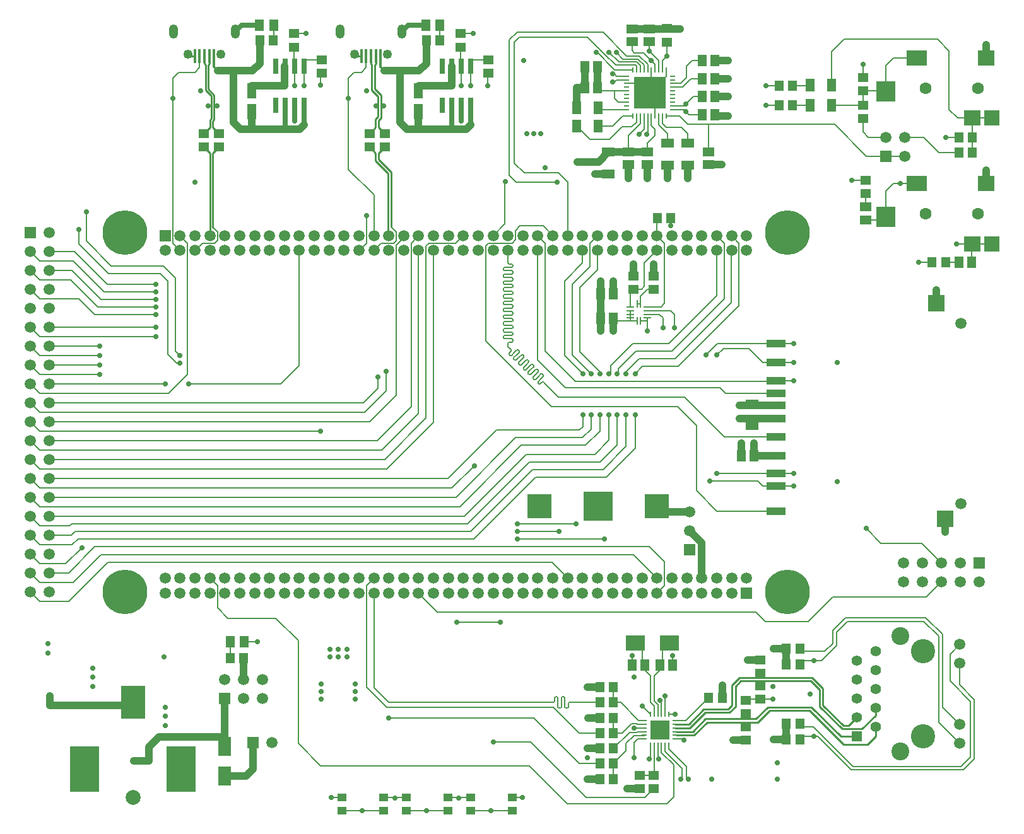
<source format=gtl>
G04 Layer_Physical_Order=1*
G04 Layer_Color=255*
%FSLAX25Y25*%
%MOIN*%
G70*
G01*
G75*
%ADD10C,0.00800*%
%ADD11R,0.05118X0.05906*%
%ADD12R,0.05906X0.05118*%
%ADD13R,0.05118X0.07087*%
%ADD14R,0.07087X0.05118*%
%ADD15R,0.04724X0.07874*%
%ADD16R,0.10236X0.10630*%
%ADD17R,0.10630X0.08268*%
%ADD18R,0.08661X0.08268*%
%ADD19R,0.07874X0.08268*%
%ADD20R,0.09843X0.03937*%
%ADD21R,0.08661X0.08661*%
%ADD22R,0.01575X0.07284*%
%ADD23R,0.06693X0.09843*%
%ADD24R,0.15354X0.24410*%
%ADD25R,0.12992X0.17323*%
%ADD26R,0.04724X0.05512*%
%ADD27R,0.05512X0.04724*%
%ADD28R,0.02953X0.00984*%
%ADD29R,0.00984X0.02953*%
%ADD30R,0.16535X0.16535*%
%ADD31R,0.10236X0.10236*%
%ADD32R,0.03937X0.00984*%
%ADD33R,0.00984X0.03937*%
%ADD34R,0.02756X0.08268*%
%ADD35R,0.09843X0.07874*%
%ADD36R,0.04724X0.03937*%
%ADD37R,0.15590X0.15590*%
%ADD38R,0.12520X0.12520*%
%ADD39C,0.01000*%
%ADD40C,0.04000*%
%ADD41C,0.02500*%
%ADD42C,0.01200*%
%ADD43C,0.03937*%
%ADD44C,0.05906*%
%ADD45R,0.05906X0.05906*%
%ADD46C,0.23622*%
%ADD47C,0.06299*%
%ADD48C,0.04921*%
%ADD49O,0.04921X0.07480*%
%ADD50C,0.07874*%
%ADD51R,0.05906X0.05906*%
%ADD52C,0.12795*%
%ADD53C,0.05984*%
%ADD54C,0.09449*%
%ADD55R,0.05512X0.05512*%
%ADD56C,0.05512*%
%ADD57C,0.02800*%
%ADD58C,0.02598*%
D10*
X258217Y251007D02*
X257677Y250467D01*
X259637Y251007D02*
X260177Y251547D01*
Y252267D02*
X259637Y252807D01*
X255177Y253347D02*
X255717Y252807D01*
Y254607D02*
X255177Y254067D01*
X259637Y254607D02*
X260177Y255147D01*
Y255867D02*
X259637Y256407D01*
X255177Y256947D02*
X255717Y256407D01*
Y258207D02*
X255177Y257667D01*
X259637Y258207D02*
X260177Y258747D01*
Y259467D02*
X259637Y260007D01*
X255177Y260547D02*
X255717Y260007D01*
Y261807D02*
X255177Y261267D01*
X259637Y261807D02*
X260177Y262347D01*
Y263067D02*
X259637Y263607D01*
X255177Y264147D02*
X255717Y263607D01*
Y265407D02*
X255177Y264867D01*
X259637Y265407D02*
X260177Y265947D01*
Y266667D02*
X259637Y267207D01*
X255177Y267747D02*
X255717Y267207D01*
Y269007D02*
X255177Y268467D01*
X259637Y269007D02*
X260177Y269547D01*
Y270267D02*
X259637Y270807D01*
X255177Y271347D02*
X255717Y270807D01*
Y272607D02*
X255177Y272067D01*
X259637Y272607D02*
X260177Y273147D01*
Y273867D02*
X259637Y274407D01*
X255177Y274947D02*
X255717Y274407D01*
Y276207D02*
X255177Y275667D01*
X259637Y276207D02*
X260177Y276747D01*
Y277467D02*
X259637Y278007D01*
X255177Y278547D02*
X255717Y278007D01*
Y279807D02*
X255177Y279267D01*
X259637Y279807D02*
X260177Y280347D01*
Y281067D02*
X259637Y281607D01*
X255177Y282147D02*
X255717Y281607D01*
Y283407D02*
X255177Y282867D01*
X259637Y283407D02*
X260177Y283947D01*
Y284667D02*
X259637Y285207D01*
X255177Y285747D02*
X255717Y285207D01*
Y287007D02*
X255177Y286467D01*
X259637Y287007D02*
X260177Y287547D01*
Y288267D02*
X259637Y288807D01*
X255177Y289347D02*
X255717Y288807D01*
Y290607D02*
X255177Y290067D01*
X259637Y290607D02*
X260177Y291147D01*
Y291867D02*
X259637Y292407D01*
X257677Y292947D02*
X258217Y292407D01*
X276515Y229785D02*
X275751D01*
X273983Y228781D02*
X274747D01*
X273474Y230053D02*
Y229290D01*
X276246Y232825D02*
Y233589D01*
X275737Y234098D02*
X274973D01*
X271438Y231326D02*
X272201D01*
X270928Y232599D02*
Y231835D01*
X273700Y235371D02*
Y236135D01*
X273191Y236644D02*
X272427D01*
X268892Y233872D02*
X269655D01*
X268383Y235145D02*
Y234381D01*
X271155Y237916D02*
Y238680D01*
X270645Y239189D02*
X269882D01*
X266346Y236417D02*
X267110D01*
X265837Y237690D02*
Y236927D01*
X268609Y240462D02*
Y241226D01*
X268100Y241735D02*
X267336D01*
X263801Y238963D02*
X264564D01*
X263292Y240236D02*
Y239472D01*
X266063Y243008D02*
Y243771D01*
X265554Y244280D02*
X264791D01*
X261255Y241509D02*
X262019D01*
X260746Y242781D02*
Y242018D01*
X263518Y245553D02*
Y246317D01*
X263009Y246826D02*
X262245D01*
X258710Y244054D02*
X259473D01*
X258200Y245327D02*
Y244563D01*
X259205Y246331D02*
Y247095D01*
X289994Y60421D02*
X289454Y59881D01*
X288914Y57421D02*
X289454Y57961D01*
X287654D02*
X288194Y57421D01*
X287654Y62881D02*
X287114Y63421D01*
X286394D02*
X285854Y62881D01*
X285314Y57421D02*
X285854Y57961D01*
X284054D02*
X284594Y57421D01*
X284054Y62881D02*
X283514Y63421D01*
X282794D02*
X282254Y62881D01*
X281714Y60421D02*
X282254Y60961D01*
X257677Y293307D02*
Y299449D01*
Y248622D02*
Y249207D01*
Y250467D01*
X258217Y251007D02*
X259637D01*
X260177Y251547D02*
Y252267D01*
X257677Y252807D02*
X259637D01*
X255717D02*
X257677D01*
X255177Y253347D02*
Y254067D01*
X255717Y254607D02*
X257677D01*
X259637D01*
X260177Y255147D02*
Y255867D01*
X257677Y256407D02*
X259637D01*
X255717D02*
X257677D01*
X255177Y256947D02*
Y257667D01*
X255717Y258207D02*
X257677D01*
X259637D01*
X260177Y258747D02*
Y259467D01*
X257677Y260007D02*
X259637D01*
X255717D02*
X257677D01*
X255177Y260547D02*
Y261267D01*
X255717Y261807D02*
X257677D01*
X259637D01*
X260177Y262347D02*
Y263067D01*
X257677Y263607D02*
X259637D01*
X255717D02*
X257677D01*
X255177Y264147D02*
Y264867D01*
X255717Y265407D02*
X257677D01*
X259637D01*
X260177Y265947D02*
Y266667D01*
X257677Y267207D02*
X259637D01*
X255717D02*
X257677D01*
X255177Y267747D02*
Y268467D01*
X255717Y269007D02*
X257677D01*
X259637D01*
X260177Y269547D02*
Y270267D01*
X257677Y270807D02*
X259637D01*
X255717D02*
X257677D01*
X255177Y271347D02*
Y272067D01*
X255717Y272607D02*
X257677D01*
X259637D01*
X260177Y273147D02*
Y273867D01*
X257677Y274407D02*
X259637D01*
X255717D02*
X257677D01*
X255177Y274947D02*
Y275667D01*
X255717Y276207D02*
X257677D01*
X259637D01*
X260177Y276747D02*
Y277467D01*
X257677Y278007D02*
X259637D01*
X255717D02*
X257677D01*
X255177Y278547D02*
Y279267D01*
X255717Y279807D02*
X257677D01*
X259637D01*
X260177Y280347D02*
Y281067D01*
X257677Y281607D02*
X259637D01*
X255717D02*
X257677D01*
X255177Y282147D02*
Y282867D01*
X255717Y283407D02*
X257677D01*
X259637D01*
X260177Y283947D02*
Y284667D01*
X257677Y285207D02*
X259637D01*
X255717D02*
X257677D01*
X255177Y285747D02*
Y286467D01*
X255717Y287007D02*
X257677D01*
X259637D01*
X260177Y287547D02*
Y288267D01*
X257677Y288807D02*
X259637D01*
X255717D02*
X257677D01*
X255177Y289347D02*
Y290067D01*
X255717Y290607D02*
X257677D01*
X259637D01*
X260177Y291147D02*
Y291867D01*
X258217Y292407D02*
X259637D01*
X257677Y292947D02*
Y293307D01*
X276969Y229331D02*
X284449Y221850D01*
X276515Y229785D02*
X276969Y229331D01*
X274747Y228781D02*
X275751Y229785D01*
X273474Y229290D02*
X273983Y228781D01*
X273474Y230053D02*
X274860Y231439D01*
X276246Y232825D01*
X275737Y234098D02*
X276246Y233589D01*
X273587Y232712D02*
X274973Y234098D01*
X272201Y231326D02*
X273587Y232712D01*
X270928Y231835D02*
X271438Y231326D01*
X270928Y232599D02*
X272314Y233985D01*
X273700Y235371D01*
X273191Y236644D02*
X273700Y236135D01*
X271041Y235258D02*
X272427Y236644D01*
X269655Y233872D02*
X271041Y235258D01*
X268383Y234381D02*
X268892Y233872D01*
X268383Y235145D02*
X269769Y236530D01*
X271155Y237916D01*
X270645Y239189D02*
X271155Y238680D01*
X268496Y237803D02*
X269882Y239189D01*
X267110Y236417D02*
X268496Y237803D01*
X265837Y236927D02*
X266346Y236417D01*
X265837Y237690D02*
X267223Y239076D01*
X268609Y240462D01*
X268100Y241735D02*
X268609Y241226D01*
X265950Y240349D02*
X267336Y241735D01*
X264564Y238963D02*
X265950Y240349D01*
X263292Y239472D02*
X263801Y238963D01*
X263292Y240236D02*
X264678Y241622D01*
X266063Y243008D01*
X265554Y244280D02*
X266063Y243771D01*
X263405Y242895D02*
X264791Y244280D01*
X262019Y241509D02*
X263405Y242895D01*
X260746Y242018D02*
X261255Y241509D01*
X260746Y242781D02*
X262132Y244167D01*
X263518Y245553D01*
X263009Y246826D02*
X263518Y246317D01*
X260859Y245440D02*
X262245Y246826D01*
X259473Y244054D02*
X260859Y245440D01*
X258200Y244563D02*
X258710Y244054D01*
X258200Y245327D02*
X259205Y246331D01*
X258314Y247986D02*
X259205Y247095D01*
X257677Y248622D02*
X258314Y247986D01*
X284449Y221850D02*
X350892D01*
X371850Y200892D01*
X399411D01*
X195915Y312057D02*
X198622Y309350D01*
X197244Y303346D02*
X198622Y304724D01*
Y309350D01*
X190709Y303346D02*
X197244D01*
X186811Y299449D02*
X190709Y303346D01*
X102657D02*
X104134Y304823D01*
Y309350D01*
X101969Y311516D02*
X104134Y309350D01*
X96220Y303346D02*
X102657D01*
X92323Y299449D02*
X96220Y303346D01*
X315453Y262303D02*
X325787D01*
X322342Y262500D02*
Y267717D01*
X327756Y262303D02*
X331004D01*
X331201Y256890D02*
Y263779D01*
X331299Y278937D02*
X334646D01*
X327756Y275394D02*
X331299Y278937D01*
X327756Y271161D02*
Y275394D01*
X325787Y271161D02*
X327756D01*
X340354Y271457D02*
Y303386D01*
X338583Y269685D02*
X340354Y271457D01*
X331201Y269685D02*
X338583D01*
X336417Y307323D02*
X340354Y303386D01*
X329724Y292756D02*
X336417Y299449D01*
X329724Y280512D02*
Y292756D01*
X328150Y278937D02*
X329724Y280512D01*
X323819Y278937D02*
X328150D01*
X322342Y269685D02*
Y277461D01*
X331201Y267717D02*
X343504D01*
X345472Y265748D01*
Y258661D02*
Y265748D01*
X331201Y265748D02*
X337598D01*
X339567Y263779D01*
Y258661D02*
Y263779D01*
X476260Y144685D02*
X486693Y134252D01*
X454724Y144685D02*
X476260D01*
X478583Y116142D02*
X486693Y124252D01*
X429134Y116142D02*
X478583D01*
X446850Y152559D02*
X454724Y144685D01*
X416339Y103347D02*
X429134Y116142D01*
X393701Y103347D02*
X416339D01*
X388779Y108268D02*
X393701Y103347D01*
X220433Y108268D02*
X388779D01*
X210433Y118268D02*
X220433Y108268D01*
X30941Y302917D02*
X46457Y287402D01*
X77988Y244568D02*
Y283331D01*
X34941Y304574D02*
X48114Y291402D01*
X75574D02*
X81988Y284988D01*
Y246224D02*
Y284988D01*
X30941Y302917D02*
Y310630D01*
X48114Y291402D02*
X75574D01*
X46457Y287402D02*
X73917D01*
X77988Y283331D01*
Y244568D02*
X82595Y239961D01*
X84252D01*
X81988Y246224D02*
X84252Y243961D01*
X262697Y155047D02*
X293604D01*
X262697Y151047D02*
X284744D01*
X262697Y147047D02*
X308563D01*
X10216Y203839D02*
X158760D01*
X30984Y273839D02*
X39194Y265628D01*
X10216Y273839D02*
X30984D01*
X26641Y283839D02*
X40851Y269628D01*
X10216Y283839D02*
X26641D01*
X27200Y288937D02*
X42508Y273628D01*
X15118Y288937D02*
X27200D01*
X27955Y293839D02*
X44165Y277628D01*
X10216Y293839D02*
X27955D01*
X28513Y298937D02*
X45822Y281628D01*
X15118Y298937D02*
X28513D01*
X39194Y265628D02*
X71752D01*
X40851Y269628D02*
X71752D01*
X42508Y273628D02*
X71752D01*
X44165Y277628D02*
X71752D01*
X45822Y281628D02*
X71752D01*
X5118Y278937D02*
X10216Y273839D01*
X5118Y288937D02*
X10216Y283839D01*
X5118Y298937D02*
X10216Y293839D01*
X228051Y173839D02*
X239941Y185728D01*
X188977Y226673D02*
Y232480D01*
X181240Y218937D02*
X188977Y226673D01*
X193209Y225249D02*
Y235433D01*
X181799Y213839D02*
X193209Y225249D01*
X10216Y213839D02*
X181799D01*
X15118Y218937D02*
X181240D01*
X10216Y233839D02*
X42028D01*
X15118Y238937D02*
X42028D01*
X5118D02*
X10216Y233839D01*
X5118Y248937D02*
X10216Y243839D01*
X42028D01*
X15118Y248937D02*
X42028D01*
X24094Y133839D02*
X32480Y142224D01*
X10216Y133839D02*
X24094D01*
X147441Y238681D02*
Y299449D01*
X137697Y228937D02*
X147441Y238681D01*
X89075Y228937D02*
X137697D01*
X230079Y303346D02*
X234055Y307323D01*
X215945Y303346D02*
X230079D01*
X214370Y301772D02*
X215945Y303346D01*
X214370Y210827D02*
Y301772D01*
X192480Y188937D02*
X214370Y210827D01*
X15118Y188937D02*
X192480D01*
X15118Y228937D02*
X76772D01*
X345276Y10728D02*
Y27559D01*
X338779Y34055D02*
X345276Y27559D01*
X338779Y34055D02*
Y37894D01*
X334842Y22047D02*
Y37894D01*
X325984Y45079D02*
X329626D01*
X325590Y44685D02*
X325984Y45079D01*
X324187Y43085D02*
X329601D01*
X320079Y38976D02*
X324187Y43085D01*
X320079Y34843D02*
Y38976D01*
X325984Y49016D02*
X329626D01*
X325590Y49409D02*
X325984Y49016D01*
X317138Y60421D02*
X326575Y50984D01*
X329626D01*
X313409Y60421D02*
X317138D01*
X320376Y402337D02*
X326900D01*
X318434Y400737D02*
X326237D01*
X316217Y399137D02*
X325574D01*
X314565Y397537D02*
X324911D01*
X325575Y396874D01*
X325574Y399137D02*
X327543Y397168D01*
X326237Y400737D02*
X329512Y397462D01*
X326900Y402337D02*
X331480Y397756D01*
X323209Y405138D02*
X324410Y403937D01*
X306299Y204041D02*
Y212500D01*
X298688Y196429D02*
X306299Y204041D01*
X301575Y204973D02*
Y212500D01*
X297031Y200429D02*
X301575Y204973D01*
X297244Y206299D02*
Y212500D01*
X264776Y196429D02*
X298688D01*
X261610Y200429D02*
X297031D01*
X251575Y204429D02*
X295374D01*
X297244Y206299D01*
X300984Y303386D02*
X304921Y307323D01*
X300984Y291062D02*
Y303386D01*
X291598Y281677D02*
X300984Y291062D01*
X297047Y292782D02*
Y299449D01*
X287598Y283333D02*
X297047Y292782D01*
X304921Y289342D02*
Y299449D01*
X295598Y280020D02*
X304921Y289342D01*
X287598Y243898D02*
Y283333D01*
X291598Y244228D02*
Y281677D01*
X295598Y245885D02*
Y280020D01*
Y245885D02*
X306299Y235184D01*
X291598Y244228D02*
X301575Y234252D01*
X287598Y243898D02*
X297244Y234252D01*
X232185Y163839D02*
X264776Y196429D01*
X230118Y168937D02*
X261610Y200429D01*
X226083Y178937D02*
X251575Y204429D01*
X10216Y163839D02*
X232185D01*
X15118Y168937D02*
X230118D01*
X15118Y178937D02*
X226083D01*
X375787Y307323D02*
X379716Y303394D01*
Y270415D02*
Y303394D01*
X367913Y307323D02*
X371850Y303386D01*
Y273863D02*
Y303386D01*
X344177Y246189D02*
X371850Y273863D01*
X375716Y299378D02*
X375787Y299449D01*
X375716Y272072D02*
Y299378D01*
X367913Y275583D02*
Y299449D01*
X342520Y250189D02*
X367913Y275583D01*
X328740Y238189D02*
X347490D01*
X325427Y246189D02*
X344177D01*
X327083Y242189D02*
X345833D01*
X347490Y238189D02*
X379716Y270415D01*
X345833Y242189D02*
X375716Y272072D01*
X312079Y235307D02*
Y238498D01*
X311024Y234252D02*
X312079Y235307D01*
X323770Y250189D02*
X342520D01*
X312079Y238498D02*
X323770Y250189D01*
X316079Y236841D02*
X325427Y246189D01*
X316079Y234976D02*
Y236841D01*
X320079Y235184D02*
X327083Y242189D01*
X324803Y234252D02*
X328740Y238189D01*
X324803Y194882D02*
Y212598D01*
X309625Y179704D02*
X324803Y194882D01*
X320079Y195814D02*
Y212598D01*
X307968Y183704D02*
X320079Y195814D01*
X315354Y196747D02*
Y212598D01*
X306311Y187704D02*
X315354Y196747D01*
X311024Y199155D02*
Y212598D01*
X303572Y191704D02*
X311024Y199155D01*
X234528Y158937D02*
X267294Y191704D01*
X25512Y158937D02*
X234528D01*
X236184Y154937D02*
X268951Y187704D01*
X237841Y150937D02*
X270608Y183704D01*
X267294Y191704D02*
X303572D01*
X268951Y187704D02*
X306311D01*
X270608Y183704D02*
X307968D01*
X272265Y179704D02*
X309625D01*
X239498Y146937D02*
X272265Y179704D01*
X179252Y146937D02*
X239498D01*
X179232Y146957D02*
X179252Y146937D01*
Y150937D02*
X237841D01*
X179232Y150957D02*
X179252Y150937D01*
Y154937D02*
X236184D01*
X179232Y154957D02*
X179252Y154937D01*
X25512Y158937D02*
X25532Y158957D01*
X15118Y158937D02*
X25512D01*
X10216Y143839D02*
X27384D01*
X15118Y148937D02*
X26825D01*
X10216Y153839D02*
X26070D01*
X30502Y146957D02*
X179232D01*
X27384Y143839D02*
X30502Y146957D01*
X28845Y150957D02*
X179232D01*
X26825Y148937D02*
X28845Y150957D01*
X27188Y154957D02*
X179232D01*
X26070Y153839D02*
X27188Y154957D01*
X218307Y208465D02*
Y299449D01*
X193681Y183839D02*
X218307Y208465D01*
X10216Y183839D02*
X193681D01*
X210433Y213287D02*
Y299449D01*
X190984Y193839D02*
X210433Y213287D01*
X10216Y193839D02*
X190984D01*
X206496Y303386D02*
X210433Y307323D01*
X206496Y216929D02*
Y303386D01*
X188504Y198937D02*
X206496Y216929D01*
X15118Y198937D02*
X188504D01*
X198622Y302362D02*
X202510Y306250D01*
X198622Y223031D02*
Y302362D01*
X184528Y208937D02*
X198622Y223031D01*
X15118Y208937D02*
X184528D01*
X84449Y307323D02*
X88386Y303386D01*
Y233957D02*
Y303386D01*
X78268Y223839D02*
X88386Y233957D01*
X336417Y118268D02*
X340354Y122205D01*
Y134890D01*
X332430Y142815D02*
X340354Y134890D01*
X39390Y142815D02*
X332430D01*
X25512Y128937D02*
X39390Y142815D01*
X10216Y113839D02*
X25512D01*
X5118Y118937D02*
X10216Y113839D01*
X15118Y128937D02*
X25512D01*
X5118D02*
X10216Y123839D01*
X5118Y138937D02*
X10216Y133839D01*
X5118Y178937D02*
X10216Y173839D01*
X228051D01*
X5118Y168937D02*
X10216Y163839D01*
X5118Y158937D02*
X10216Y153839D01*
X5118Y148937D02*
X10216Y143839D01*
X5118Y218937D02*
X10216Y213839D01*
X5118Y208937D02*
X10216Y203839D01*
X5118Y198937D02*
X10216Y193839D01*
X5118Y188937D02*
X10216Y183839D01*
X5118Y228937D02*
X10216Y223839D01*
X78268D01*
X10216Y253839D02*
X71752D01*
X5118Y258937D02*
X10216Y253839D01*
X15118Y258937D02*
X71752D01*
X392422Y240263D02*
X399411D01*
X439437Y336638D02*
X446417D01*
X118405Y92551D02*
X125441D01*
X445378Y397909D02*
X445433Y397965D01*
X445378Y390929D02*
Y397909D01*
X488799Y359386D02*
X495835D01*
X474713Y293094D02*
X481748D01*
X164370Y10087D02*
X169867D01*
X344543Y80303D02*
Y85370D01*
X323228D02*
X323284Y85315D01*
Y80303D02*
Y85315D01*
X328625Y58481D02*
X332874Y54232D01*
X345965Y50984D02*
X351772D01*
X363779Y62992D01*
X383268Y62205D02*
X397638D01*
X324366Y47047D02*
X329626D01*
X313409Y44173D02*
X317795D01*
X313409Y28173D02*
X320079Y34843D01*
X313386Y60421D02*
Y68504D01*
X336811Y54232D02*
Y59252D01*
X334799Y61264D02*
X336811Y59252D01*
X334842Y54232D02*
Y58675D01*
X332999Y60518D02*
X334842Y58675D01*
X334799Y61264D02*
Y74504D01*
X332999Y60518D02*
Y74524D01*
X327165Y22047D02*
X335248D01*
X313409Y20091D02*
Y28173D01*
X313386Y44280D02*
Y52362D01*
X261811Y335728D02*
X283465D01*
X266142Y340551D02*
X284252D01*
X261024Y345669D02*
X266142Y340551D01*
X261024Y345669D02*
Y409673D01*
X289173Y307323D02*
Y335630D01*
X284252Y340551D02*
X289173Y335630D01*
X256102Y313622D02*
Y335827D01*
X258363Y339177D02*
X261811Y335728D01*
X258363Y339177D02*
Y410775D01*
X262450Y414862D02*
X307851D01*
X258363Y410775D02*
X262450Y414862D01*
X249803Y307323D02*
X256102Y313622D01*
X314901Y404271D02*
X318434Y400737D01*
X307851Y414862D02*
X320376Y402337D01*
X311024Y404331D02*
X316217Y399137D01*
X337850Y77555D02*
Y80303D01*
X334799Y74504D02*
X337850Y77555D01*
X329976Y77547D02*
Y80303D01*
Y77547D02*
X332999Y74524D01*
X339229Y80303D02*
Y91819D01*
X328598Y80303D02*
Y91819D01*
X332874Y31299D02*
Y37894D01*
X336811Y31268D02*
Y37894D01*
X368110Y161621D02*
X399411D01*
X368117Y181503D02*
X399411D01*
Y240263D02*
X408565D01*
X329236Y403937D02*
X335417Y397756D01*
X324410Y403937D02*
X329236D01*
X335417Y394949D02*
Y397756D01*
X144836Y386607D02*
Y397006D01*
X149836Y386607D02*
Y397006D01*
X237789Y386607D02*
Y397006D01*
X232788Y386607D02*
Y397006D01*
X186811Y307323D02*
Y328839D01*
X173327Y342323D02*
X186811Y328839D01*
X176378Y393701D02*
X180177D01*
X173327Y390650D02*
X176378Y393701D01*
X180177D02*
X182691Y396215D01*
Y402310D01*
X94739Y396215D02*
Y402310D01*
X92224Y393701D02*
X94739Y396215D01*
X83661Y393701D02*
X92224D01*
X80512Y390551D02*
X83661Y393701D01*
X80512Y303386D02*
X84449Y299449D01*
X225914Y10087D02*
X237866D01*
X259914Y10138D02*
X265355D01*
X191914Y10087D02*
X203867D01*
X331480Y394949D02*
Y397756D01*
X327543Y394949D02*
Y397168D01*
X329512Y394949D02*
Y397462D01*
X325575Y394949D02*
Y396874D01*
X317913Y364862D02*
X323031D01*
X325575Y367406D01*
Y370736D01*
X313976Y388681D02*
X315027Y389732D01*
X320358D01*
X315091Y391701D02*
X320358D01*
X232682Y414116D02*
X239173D01*
X144729D02*
X151083D01*
X321382Y351449D02*
Y360260D01*
X323209Y405138D02*
Y409945D01*
X332433Y404969D02*
Y409945D01*
Y404969D02*
X337386Y400016D01*
Y394949D02*
Y400016D01*
X350721Y373984D02*
X353405Y371299D01*
X350559Y375953D02*
X351599Y376993D01*
X341461Y402091D02*
Y409748D01*
X339354Y399984D02*
X341461Y402091D01*
X339354Y394949D02*
Y399984D01*
X305413Y373984D02*
X320358D01*
X331480Y361500D02*
Y370736D01*
X329512Y363665D02*
Y370736D01*
X326870Y361024D02*
X329512Y363665D01*
X327543Y366421D02*
Y370736D01*
X321382Y360260D02*
X327543Y366421D01*
X333449Y365567D02*
Y370736D01*
Y365567D02*
X335433Y363583D01*
Y360236D02*
Y363583D01*
X331350Y356153D02*
X335433Y360236D01*
X331350Y351449D02*
Y356153D01*
X337386Y365764D02*
Y370736D01*
Y365764D02*
X341961Y361189D01*
Y356142D02*
Y361189D01*
X339354Y366551D02*
Y370736D01*
Y366551D02*
X341437Y364469D01*
X349410D01*
X352748Y361130D01*
Y356142D02*
Y361130D01*
X363484Y366142D02*
X430315D01*
X352756D02*
X363484D01*
X363535Y351449D02*
Y366091D01*
X341323Y370736D02*
X348161D01*
X352756Y366142D01*
X430315D02*
X447071Y349386D01*
X351599Y376993D02*
X355480Y380874D01*
X394094Y376150D02*
X400874D01*
X394094Y386701D02*
X400819D01*
X344571Y373984D02*
X350721D01*
X353405Y371299D02*
X360157D01*
X344571Y387764D02*
X348984D01*
X352067Y390846D01*
Y396850D01*
X355098Y399882D01*
X360157D01*
X344571Y385795D02*
X349870D01*
X354382Y390307D01*
X360157D01*
X344571Y375953D02*
X350559D01*
X355480Y380874D02*
X360157D01*
X341323Y391701D02*
Y394949D01*
X339772Y390150D02*
X341323Y391701D01*
X333449Y390244D02*
Y394949D01*
X335417Y370736D02*
Y375441D01*
X320358Y387764D02*
X325063D01*
X502638Y302976D02*
X513429D01*
X502638Y293094D02*
Y302976D01*
X494629D02*
X502559D01*
X464862Y334866D02*
X473665D01*
X461342D02*
X464862D01*
X428599Y376150D02*
X445048D01*
X457378Y349386D02*
X467378D01*
X447071D02*
X457378D01*
X428599Y386977D02*
Y404583D01*
X435138Y411122D01*
X110922Y83859D02*
X110925Y83863D01*
Y92551D01*
X502799Y351508D02*
Y369441D01*
X495224D02*
X502799D01*
X490748Y373917D02*
X495224Y369441D01*
X490748Y373917D02*
Y405020D01*
X484646Y411122D02*
X490748Y405020D01*
X435138Y411122D02*
X484646D01*
X407961Y376150D02*
X417181D01*
X407906Y386701D02*
X416906D01*
X445276Y362205D02*
Y369291D01*
Y362205D02*
X448095Y359386D01*
X457378D01*
X445378Y376480D02*
Y383842D01*
Y383842D02*
X457098D01*
X457327Y383614D02*
Y397315D01*
X461342Y401331D01*
X473665D01*
X457327Y330850D02*
X461342Y334866D01*
X457327Y317150D02*
Y330850D01*
X446472Y322441D02*
Y329551D01*
X455925Y315748D02*
X457327Y317150D01*
X446472Y315748D02*
X455925D01*
X502799Y369441D02*
X513429D01*
X485327Y351386D02*
X495835D01*
X477327Y359386D02*
X485327Y351386D01*
X467378Y359386D02*
X477327D01*
X488835Y293094D02*
X495945D01*
X144729Y397112D02*
Y407030D01*
X232682Y397112D02*
Y407030D01*
X221762Y410849D02*
Y418652D01*
X133809Y410849D02*
Y418652D01*
X399411Y174810D02*
X408565D01*
X399411Y181503D02*
X408565D01*
X399411Y230420D02*
X408565D01*
X399411Y250105D02*
X408565D01*
X336417Y307323D02*
Y316701D01*
X318374Y370736D02*
X323606D01*
X312992Y365354D02*
X318374Y370736D01*
X305402Y365354D02*
X312992D01*
X311319Y358268D02*
X317913Y364862D01*
X301071Y358268D02*
X311319D01*
X293984Y365354D02*
X301071Y358268D01*
X342717Y54232D02*
X346063D01*
X345965Y41142D02*
X350000D01*
X315976Y377921D02*
X320358D01*
X313878Y380020D02*
X315976Y377921D01*
X313878Y380020D02*
Y383827D01*
X305020D02*
X313878D01*
X320358D01*
X326181Y41142D02*
X329626D01*
X324366Y39327D02*
X326181Y41142D01*
X324366Y31091D02*
Y39327D01*
X308724Y403378D02*
Y403383D01*
Y403378D02*
X314565Y397537D01*
X313976Y392815D02*
X315091Y391701D01*
X304528Y404528D02*
X314106Y394949D01*
X323606D01*
X312795Y392815D02*
X313976D01*
X312795Y388681D02*
X313976D01*
X178937Y299449D02*
X182874Y303386D01*
Y317913D01*
X80512Y303386D02*
Y390551D01*
X313409Y36173D02*
X321921Y44685D01*
X325590D01*
X317795Y44173D02*
X323031Y49409D01*
X325590D01*
X261024Y409673D02*
X263753Y412402D01*
X299705D01*
X308724Y403383D01*
X295276Y28173D02*
X306323D01*
X194697Y52276D02*
X271173D01*
X295276Y28173D01*
X341535Y6988D02*
X345276Y10728D01*
X288878Y6988D02*
X341535D01*
X268996Y26870D02*
X288878Y6988D01*
X158760Y26870D02*
X268996D01*
X146850Y38780D02*
X158760Y26870D01*
X146850Y38780D02*
Y93110D01*
X135039Y104921D02*
X146850Y93110D01*
X109744Y104921D02*
X135039D01*
X104134Y110531D02*
X109744Y104921D01*
X104134Y110531D02*
Y122205D01*
X100197Y126142D02*
X104134Y122205D01*
X169867Y3394D02*
X180709D01*
X191914D01*
X203867D02*
X214709D01*
X225914D01*
X237866D02*
X248709D01*
X259914D01*
X230512Y103051D02*
X253754D01*
X253754Y103051D01*
X371654Y247638D02*
X385046D01*
X392422Y240263D01*
X362205Y244094D02*
X368215Y250105D01*
X399411D01*
X392422Y174810D02*
X399411D01*
X389672Y177559D02*
X392422Y174810D01*
X364173Y177559D02*
X389672D01*
X368110Y244094D02*
X371654Y247638D01*
X277362Y246260D02*
Y303386D01*
X273425Y307323D02*
X277362Y303386D01*
Y246260D02*
X293209Y230413D01*
X399411D01*
X372730Y223924D02*
X399411D01*
X369685Y226969D02*
X372730Y223924D01*
X287992Y226969D02*
X369685D01*
X273425Y241535D02*
X287992Y226969D01*
X273425Y241535D02*
Y299449D01*
X276122Y312500D02*
X281299Y307323D01*
X264075Y312500D02*
X276122D01*
X261614Y310039D02*
X264075Y312500D01*
X261614Y305118D02*
Y310039D01*
X259842Y303346D02*
X261614Y305118D01*
X247146Y303346D02*
X259842D01*
X245866Y302067D02*
X247146Y303346D01*
X357185Y172546D02*
X368110Y161621D01*
X347244Y216831D02*
X357185Y206890D01*
Y172546D02*
Y206890D01*
X245866Y251476D02*
Y302067D01*
Y251476D02*
X280512Y216831D01*
X347244D01*
X25512Y113839D02*
X46122Y134449D01*
X280866D01*
X289173Y126142D01*
X323976Y138583D02*
X336417Y126142D01*
X10216Y123839D02*
X27874D01*
X42618Y138583D01*
X323976D01*
X34941Y304574D02*
Y319882D01*
X173327Y342323D02*
Y379921D01*
Y390650D01*
X247047Y386606D02*
Y392421D01*
X238189Y400197D02*
X247254D01*
X149606Y400402D02*
X158671D01*
X158465Y386811D02*
Y392626D01*
X491142Y71850D02*
X501968Y61024D01*
X419291Y42512D02*
X421260D01*
X338779Y54232D02*
Y61713D01*
X411811Y42512D02*
X419291D01*
X491142Y71850D02*
Y86071D01*
X496185Y91114D01*
X496142Y69803D02*
Y81114D01*
Y69803D02*
X503937Y62008D01*
X501968Y31575D02*
Y61024D01*
X503937Y30512D02*
Y62008D01*
X411811Y47512D02*
X419024D01*
X485236Y49858D02*
Y95472D01*
Y49858D02*
X496185Y38909D01*
X477362Y103347D02*
X485236Y95472D01*
X487205Y57890D02*
X496185Y48909D01*
X487205Y57890D02*
Y96457D01*
X478346Y105315D02*
X487205Y96457D01*
X340748Y54232D02*
Y63878D01*
X411811Y82512D02*
X423228D01*
X431181Y90465D01*
X411811Y87512D02*
X425110D01*
X429134Y91535D01*
X431181Y90465D02*
Y97441D01*
X437087Y103347D01*
X477362D01*
X429134Y91535D02*
Y98425D01*
X436024Y105315D01*
X478346D01*
X419024Y47512D02*
X439961Y26575D01*
X496969D01*
X501968Y31575D01*
X438797Y24975D02*
X498400D01*
X421260Y42512D02*
X438797Y24975D01*
X498400D02*
X503937Y30512D01*
X298917Y10335D02*
X330020D01*
X334646Y14961D01*
X295276Y44173D02*
X306323D01*
X182874Y122205D02*
X186811Y126142D01*
X182874Y68701D02*
Y122205D01*
Y68701D02*
X193701Y57874D01*
X281575D01*
X295276Y44173D01*
X269685Y39567D02*
X298917Y10335D01*
X249803Y39567D02*
X269685D01*
X342717Y35931D02*
X352105Y26543D01*
X342717Y35931D02*
Y37894D01*
X352105Y20828D02*
Y26543D01*
X340748Y34505D02*
Y37894D01*
Y34505D02*
X349705Y25548D01*
Y20669D02*
Y25548D01*
X186811Y68307D02*
Y118268D01*
Y68307D02*
X194697Y60421D01*
X289994D02*
X290354D01*
X289454Y57961D02*
Y59881D01*
X288194Y57421D02*
X288914D01*
X287654Y57961D02*
Y60421D01*
Y62881D01*
X286394Y63421D02*
X287114D01*
X285854Y60421D02*
Y62881D01*
Y57961D02*
Y60421D01*
X284594Y57421D02*
X285314D01*
X284054Y57961D02*
Y60421D01*
Y62881D01*
X282794Y63421D02*
X283514D01*
X282254Y60961D02*
Y62881D01*
X281496Y60421D02*
X281714D01*
X194697D02*
X281496D01*
X290354D02*
X306323D01*
D11*
X502638Y293094D02*
D03*
X495945D02*
D03*
X305039Y396740D02*
D03*
X298346D02*
D03*
X305039Y385612D02*
D03*
X298346D02*
D03*
X360157Y380874D02*
D03*
X366850D02*
D03*
X360157Y371299D02*
D03*
X366850D02*
D03*
Y390307D02*
D03*
X360157D02*
D03*
X366850Y399882D02*
D03*
X360157D02*
D03*
X344543Y80303D02*
D03*
X337850D02*
D03*
X323284D02*
D03*
X329976D02*
D03*
X313347Y276646D02*
D03*
X306653D02*
D03*
X313347Y263528D02*
D03*
X306653D02*
D03*
X387598Y190945D02*
D03*
X380906D02*
D03*
X110925Y92551D02*
D03*
X118405D02*
D03*
X221762Y418652D02*
D03*
X214282D02*
D03*
X133809D02*
D03*
X126329D02*
D03*
D12*
X446472Y315748D02*
D03*
Y322441D02*
D03*
X321382Y344756D02*
D03*
Y351449D02*
D03*
X331350Y344756D02*
D03*
Y351449D02*
D03*
X323209Y416638D02*
D03*
Y409945D02*
D03*
X332433Y416638D02*
D03*
Y409945D02*
D03*
X363535Y351449D02*
D03*
Y344756D02*
D03*
D13*
X293984Y375075D02*
D03*
X305402D02*
D03*
X293984Y365354D02*
D03*
X305402D02*
D03*
X428599Y376150D02*
D03*
X417181D02*
D03*
X428599Y386977D02*
D03*
X417181D02*
D03*
D14*
X310717Y340024D02*
D03*
Y351441D02*
D03*
X341961Y344724D02*
D03*
Y356142D02*
D03*
X352748Y344724D02*
D03*
Y356142D02*
D03*
X386614Y218307D02*
D03*
Y206890D02*
D03*
D15*
X210289Y373061D02*
D03*
Y384085D02*
D03*
X122336Y373061D02*
D03*
Y384085D02*
D03*
D16*
X457327Y317150D02*
D03*
Y383614D02*
D03*
D17*
X473665Y334866D02*
D03*
Y401331D02*
D03*
D18*
X510280Y334866D02*
D03*
X502799Y302976D02*
D03*
X510280Y401331D02*
D03*
X502799Y369441D02*
D03*
D19*
X513429Y302976D02*
D03*
Y369441D02*
D03*
D20*
X399411Y161621D02*
D03*
Y174810D02*
D03*
Y181503D02*
D03*
Y191050D02*
D03*
Y200892D02*
D03*
Y210735D02*
D03*
Y250105D02*
D03*
Y240263D02*
D03*
Y217428D02*
D03*
Y223924D02*
D03*
Y230420D02*
D03*
D21*
X484057Y271463D02*
D03*
X488781Y157684D02*
D03*
D22*
X185250Y402310D02*
D03*
X187809D02*
D03*
X182691D02*
D03*
X180132D02*
D03*
X190368D02*
D03*
X97298D02*
D03*
X99857D02*
D03*
X94739D02*
D03*
X92180D02*
D03*
X102416D02*
D03*
D23*
X107874Y37402D02*
D03*
Y21654D02*
D03*
D24*
X34071Y25307D02*
D03*
X84858D02*
D03*
D25*
X59465Y60740D02*
D03*
D26*
X488835Y293094D02*
D03*
X481748D02*
D03*
X502921Y351386D02*
D03*
X495835D02*
D03*
X407961Y376150D02*
D03*
X400874D02*
D03*
X407906Y386701D02*
D03*
X400819D02*
D03*
X495835Y359386D02*
D03*
X502921D02*
D03*
X343543Y316740D02*
D03*
X336457D02*
D03*
X313386Y20079D02*
D03*
X306299D02*
D03*
X313386Y68504D02*
D03*
X306299D02*
D03*
X313386Y52362D02*
D03*
X306299D02*
D03*
X370866Y62992D02*
D03*
X363779D02*
D03*
X404724Y80709D02*
D03*
X411811D02*
D03*
X404724Y40945D02*
D03*
X411811D02*
D03*
X404724Y49213D02*
D03*
X411811D02*
D03*
X404724Y88976D02*
D03*
X411811D02*
D03*
X110922Y83859D02*
D03*
X118008D02*
D03*
X221565Y410652D02*
D03*
X214479D02*
D03*
X133613D02*
D03*
X126526D02*
D03*
X306323Y44173D02*
D03*
X313409D02*
D03*
X306323Y60421D02*
D03*
X313409D02*
D03*
X306323Y36173D02*
D03*
X313409D02*
D03*
X306323Y28173D02*
D03*
X313409D02*
D03*
D27*
X446472Y329551D02*
D03*
Y336638D02*
D03*
X341461Y416835D02*
D03*
Y409748D02*
D03*
X445276Y376378D02*
D03*
Y369291D02*
D03*
X445378Y390929D02*
D03*
Y383842D02*
D03*
X323819Y278937D02*
D03*
Y286024D02*
D03*
X327165Y22047D02*
D03*
Y14961D02*
D03*
X390945Y69291D02*
D03*
Y62205D02*
D03*
X390945Y75984D02*
D03*
Y83071D02*
D03*
X383268Y47736D02*
D03*
Y40650D02*
D03*
X383268Y54429D02*
D03*
Y61516D02*
D03*
X334646Y22047D02*
D03*
Y14961D02*
D03*
Y286024D02*
D03*
Y278937D02*
D03*
X232682Y414116D02*
D03*
Y407030D02*
D03*
X144729Y414116D02*
D03*
Y407030D02*
D03*
X104983Y361416D02*
D03*
Y354330D02*
D03*
X96983Y361416D02*
D03*
Y354330D02*
D03*
X192530Y361416D02*
D03*
Y354330D02*
D03*
X184530Y361416D02*
D03*
Y354330D02*
D03*
X247254Y400197D02*
D03*
Y393110D02*
D03*
X159301Y400197D02*
D03*
Y393110D02*
D03*
D28*
X320358Y391701D02*
D03*
Y389732D02*
D03*
Y387764D02*
D03*
Y385795D02*
D03*
Y383827D02*
D03*
Y381858D02*
D03*
Y379890D02*
D03*
Y377921D02*
D03*
Y375953D02*
D03*
Y373984D02*
D03*
X344571D02*
D03*
Y375953D02*
D03*
Y377921D02*
D03*
Y379890D02*
D03*
Y381858D02*
D03*
Y383827D02*
D03*
Y385795D02*
D03*
Y387764D02*
D03*
Y389732D02*
D03*
Y391701D02*
D03*
X329626Y50984D02*
D03*
Y49016D02*
D03*
Y47047D02*
D03*
Y45079D02*
D03*
Y43110D02*
D03*
Y41142D02*
D03*
X345965D02*
D03*
Y43110D02*
D03*
Y45079D02*
D03*
Y47047D02*
D03*
Y49016D02*
D03*
Y50984D02*
D03*
D29*
X323606Y370736D02*
D03*
X325575D02*
D03*
X327543D02*
D03*
X329512D02*
D03*
X331480D02*
D03*
X333449D02*
D03*
X335417D02*
D03*
X337386D02*
D03*
X339354D02*
D03*
X341323D02*
D03*
Y394949D02*
D03*
X339354D02*
D03*
X337386D02*
D03*
X335417D02*
D03*
X333449D02*
D03*
X331480D02*
D03*
X329512D02*
D03*
X327543D02*
D03*
X325575D02*
D03*
X323606D02*
D03*
X342717Y54232D02*
D03*
X340748D02*
D03*
X338779D02*
D03*
X336811D02*
D03*
X334842D02*
D03*
X332874D02*
D03*
Y37894D02*
D03*
X334842D02*
D03*
X336811D02*
D03*
X338779D02*
D03*
X340748D02*
D03*
X342717D02*
D03*
D30*
X332465Y382842D02*
D03*
D31*
X337795Y46063D02*
D03*
D32*
X331201Y269685D02*
D03*
Y267717D02*
D03*
Y265748D02*
D03*
Y263779D02*
D03*
X322342Y269685D02*
D03*
Y267717D02*
D03*
Y265748D02*
D03*
Y263779D02*
D03*
D33*
X327756Y271161D02*
D03*
Y262303D02*
D03*
X325787Y271161D02*
D03*
Y262303D02*
D03*
D34*
X237789Y397006D02*
D03*
X232788D02*
D03*
X227788D02*
D03*
X222789D02*
D03*
X237789Y376140D02*
D03*
X232788D02*
D03*
X227788D02*
D03*
X222789D02*
D03*
X149836Y397006D02*
D03*
X144836D02*
D03*
X139836D02*
D03*
X134836D02*
D03*
X149836Y376140D02*
D03*
X144836D02*
D03*
X139836D02*
D03*
X134836D02*
D03*
D35*
X342925Y91807D02*
D03*
X324815D02*
D03*
D36*
X259914Y10087D02*
D03*
Y3394D02*
D03*
X237866Y10087D02*
D03*
Y3394D02*
D03*
X225914Y10087D02*
D03*
Y3394D02*
D03*
X203867Y10087D02*
D03*
Y3394D02*
D03*
X191914Y10087D02*
D03*
Y3394D02*
D03*
X169867Y10087D02*
D03*
Y3394D02*
D03*
D37*
X305394Y164173D02*
D03*
D38*
X336378D02*
D03*
X274410D02*
D03*
D39*
X184530Y354330D02*
X187780Y351080D01*
Y346820D02*
Y351080D01*
Y346820D02*
X194366Y340233D01*
X96983Y354330D02*
X100233Y351080D01*
X195866Y312008D02*
Y340855D01*
X189280Y347441D02*
X195866Y340855D01*
X189280Y347441D02*
Y351080D01*
X192530Y354330D01*
X189280Y368261D02*
X190508Y369489D01*
X187809Y398168D02*
Y402310D01*
X187280Y397639D02*
X187809Y398168D01*
X187280Y384789D02*
X190508Y381561D01*
X185250Y398168D02*
X185780Y397639D01*
X185250Y398168D02*
Y402310D01*
X185780Y384167D02*
X189008Y380939D01*
X187780Y368882D02*
X189008Y370110D01*
X187780Y364666D02*
Y368882D01*
X189280Y364666D02*
Y368261D01*
Y364666D02*
X192530Y361416D01*
X184530D02*
X187780Y364666D01*
X97827Y384135D02*
Y397639D01*
X101733Y351080D02*
X104983Y354330D01*
X101733Y311516D02*
Y351080D01*
X99857Y398168D02*
Y402310D01*
X99327Y397639D02*
X99857Y398168D01*
X99327Y384756D02*
X102362Y381721D01*
X99327Y384756D02*
Y397639D01*
X97827Y384135D02*
X100862Y381100D01*
X97298Y398168D02*
X97827Y397639D01*
X97298Y398168D02*
Y402310D01*
X101733Y367844D02*
X102362Y368473D01*
X101733Y364666D02*
Y367844D01*
X100233Y364666D02*
Y368465D01*
X100862Y369094D01*
X101733Y364666D02*
X104983Y361416D01*
X96983D02*
X100233Y364666D01*
X187280Y384789D02*
Y397639D01*
X185780Y384167D02*
Y397639D01*
X417941Y58031D02*
X433461Y42512D01*
X346457Y44995D02*
X355315D01*
X362092Y51772D01*
X388779D02*
X395039Y58031D01*
X417941D01*
X346457Y43194D02*
X356061D01*
X362838Y49972D01*
X389525D02*
X395785Y56231D01*
X417099D01*
X444643Y46428D02*
X451894Y53679D01*
Y57512D01*
X345965Y49016D02*
X353150D01*
X361052Y56918D02*
X374016D01*
X353150Y49016D02*
X361052Y56918D01*
X374016D02*
X375984Y58887D01*
Y69643D01*
X379991Y73650D01*
X424044Y59055D02*
X434871Y48228D01*
X418449Y73650D02*
X424044Y68055D01*
Y59055D02*
Y68055D01*
X345965Y47047D02*
X353727D01*
X361798Y55118D02*
X374761D01*
X353727Y47047D02*
X361798Y55118D01*
X374761D02*
X377784Y58141D01*
Y68898D01*
X380737Y71850D01*
X434125Y46428D02*
X444643D01*
X422244Y58310D02*
X434125Y46428D01*
X422244Y58310D02*
Y67309D01*
X417703Y71850D02*
X422244Y67309D01*
X434871Y48228D02*
X437610D01*
X441894Y52512D01*
X433461Y42512D02*
X441894D01*
X417099Y56231D02*
X435053Y38278D01*
X447726D01*
X451894Y42445D01*
Y47512D01*
X380737Y71850D02*
X417703D01*
X379991Y73650D02*
X418449D01*
X362838Y49972D02*
X389525D01*
X362092Y51772D02*
X388779D01*
X89522Y402310D02*
X92180D01*
X177475D02*
X180132D01*
X189008Y370110D02*
Y380939D01*
X100233Y307323D02*
Y351080D01*
X102362Y368473D02*
Y381721D01*
X100862Y369094D02*
Y381100D01*
X194366Y307323D02*
Y340233D01*
X190508Y369489D02*
Y381561D01*
D40*
X334646Y286024D02*
Y292323D01*
X323819Y286024D02*
Y292323D01*
X353543Y151339D02*
X360039Y144843D01*
Y126142D02*
Y144843D01*
X336221Y161339D02*
X353543D01*
X293984Y375075D02*
Y385612D01*
X298346D02*
Y396740D01*
X293984Y385612D02*
X298346D01*
X227828Y386573D02*
Y396965D01*
X210505Y386573D02*
X227828D01*
X122441Y386614D02*
X139764D01*
Y397006D01*
X363535Y344756D02*
X370571D01*
X352748Y337689D02*
Y344724D01*
X341961Y337689D02*
Y344724D01*
X331350Y337720D02*
Y344756D01*
X321382Y337720D02*
Y344756D01*
X303681Y340024D02*
X310717D01*
X366850Y370512D02*
X373886D01*
X366850Y380874D02*
X373886D01*
X366850Y390307D02*
X373886D01*
X366850Y399882D02*
X373886D01*
X323209Y416638D02*
X348496D01*
X510280Y401331D02*
Y408366D01*
Y334866D02*
Y341902D01*
X484057Y271463D02*
Y278499D01*
X488781Y150648D02*
Y157684D01*
X320472Y14961D02*
X327165D01*
X370866Y62992D02*
Y69685D01*
X398031Y40945D02*
X404724D01*
X376575Y40650D02*
X383268D01*
X398031Y88976D02*
X404724D01*
X384252Y83071D02*
X390945D01*
X299606Y20079D02*
X306299D01*
X299630Y36173D02*
X306323D01*
X299606Y68504D02*
X306299D01*
X404724Y40945D02*
Y49213D01*
Y80709D02*
Y88976D01*
X298130Y346378D02*
X305654D01*
X294291D02*
X298130D01*
X321382Y351449D02*
X331350D01*
X310630D02*
X321382D01*
X305654Y346378D02*
X310717Y351441D01*
X200453Y394488D02*
X210689D01*
X192382D02*
X200453D01*
X112500D02*
X122736D01*
X235492Y363583D02*
X237789Y365879D01*
X210689Y394488D02*
X214479Y398278D01*
Y410652D01*
X200453Y367323D02*
X204193Y363583D01*
X210289D02*
Y373061D01*
X204193Y363583D02*
X210289D01*
X227788D01*
X235492D01*
X126526Y398278D02*
Y410652D01*
X122736Y394488D02*
X126526Y398278D01*
X147539Y363583D02*
X149836Y365879D01*
X118030Y72615D02*
Y83838D01*
X122818Y25278D02*
Y39117D01*
X119193Y21654D02*
X122818Y25278D01*
X107874Y21654D02*
X119193D01*
X107874Y37402D02*
Y62459D01*
X104429Y394488D02*
X112500D01*
X139836Y363583D02*
X147539D01*
X122336D02*
X139836D01*
X116240D02*
X122336D01*
Y373061D01*
X112500Y367323D02*
Y394488D01*
Y367323D02*
X116240Y363583D01*
X380906Y190945D02*
Y197441D01*
X379921Y217428D02*
X399411D01*
X379921Y210735D02*
X399411D01*
X306653Y263528D02*
Y276646D01*
Y283142D01*
X313347Y276646D02*
Y283142D01*
X306653Y257031D02*
Y263528D01*
X313347Y257031D02*
Y263528D01*
X305039Y385612D02*
Y396740D01*
X300000Y52362D02*
X306299D01*
X200453Y367323D02*
Y375984D01*
Y379921D01*
Y383858D01*
Y394488D01*
X15748Y59055D02*
X57780D01*
X15748D02*
Y63976D01*
X67913Y29528D02*
Y36794D01*
X73442Y42323D01*
X107874D01*
X60039Y29528D02*
X64173D01*
X67913D01*
D41*
X201687Y415302D02*
X205038Y418652D01*
X214282D01*
X113735Y415302D02*
X117085Y418652D01*
X126329D01*
X237789Y365879D02*
Y376140D01*
X227788Y363583D02*
Y376140D01*
X149836Y365879D02*
Y376140D01*
X232788Y368012D02*
Y376140D01*
X144836Y368012D02*
Y376140D01*
X139836Y363583D02*
Y376140D01*
D42*
X190368Y396502D02*
Y402310D01*
Y396502D02*
X192382Y394488D01*
X102416Y396502D02*
X104429Y394488D01*
X102416Y396502D02*
Y402310D01*
D43*
X387598Y191050D02*
Y197441D01*
Y191050D02*
X399411D01*
D44*
X273425Y299449D02*
D03*
X265551D02*
D03*
X257677D02*
D03*
X249803D02*
D03*
X241929D02*
D03*
X234055D02*
D03*
X281299D02*
D03*
X289173D02*
D03*
X297047D02*
D03*
X304921D02*
D03*
Y307323D02*
D03*
X297047D02*
D03*
X289173D02*
D03*
X281299D02*
D03*
X234055D02*
D03*
X241929D02*
D03*
X249803D02*
D03*
X257677D02*
D03*
X265551D02*
D03*
X273425D02*
D03*
X352165D02*
D03*
X344291D02*
D03*
X336417D02*
D03*
X328543D02*
D03*
X320669D02*
D03*
X312795D02*
D03*
X360039D02*
D03*
X367913D02*
D03*
X375787D02*
D03*
X383661D02*
D03*
Y299449D02*
D03*
X375787D02*
D03*
X367913D02*
D03*
X360039D02*
D03*
X312795D02*
D03*
X320669D02*
D03*
X328543D02*
D03*
X336417D02*
D03*
X344291D02*
D03*
X352165D02*
D03*
X194685D02*
D03*
X186811D02*
D03*
X178937D02*
D03*
X171063D02*
D03*
X163189D02*
D03*
X155315D02*
D03*
X202559D02*
D03*
X210433D02*
D03*
X218307D02*
D03*
X226181D02*
D03*
Y307323D02*
D03*
X218307D02*
D03*
X210433D02*
D03*
X202559D02*
D03*
X155315D02*
D03*
X163189D02*
D03*
X171063D02*
D03*
X178937D02*
D03*
X186811D02*
D03*
X194685D02*
D03*
X115945D02*
D03*
X108071D02*
D03*
X100197D02*
D03*
X92323D02*
D03*
X84449D02*
D03*
X123819D02*
D03*
X131693D02*
D03*
X139567D02*
D03*
X147441D02*
D03*
Y299449D02*
D03*
X139567D02*
D03*
X131693D02*
D03*
X123819D02*
D03*
X76575D02*
D03*
X84449D02*
D03*
X92323D02*
D03*
X100197D02*
D03*
X108071D02*
D03*
X115945D02*
D03*
X186811Y126142D02*
D03*
X194685D02*
D03*
X202559D02*
D03*
X210433D02*
D03*
X218307D02*
D03*
X226181D02*
D03*
X178937D02*
D03*
X171063D02*
D03*
X163189D02*
D03*
X155315D02*
D03*
Y118268D02*
D03*
X163189D02*
D03*
X171063D02*
D03*
X178937D02*
D03*
X226181D02*
D03*
X218307D02*
D03*
X210433D02*
D03*
X202559D02*
D03*
X194685D02*
D03*
X186811D02*
D03*
X108071D02*
D03*
X115945D02*
D03*
X123819D02*
D03*
X131693D02*
D03*
X139567D02*
D03*
X147441D02*
D03*
X100197D02*
D03*
X92323D02*
D03*
X84449D02*
D03*
X76575D02*
D03*
Y126142D02*
D03*
X84449D02*
D03*
X92323D02*
D03*
X100197D02*
D03*
X147441D02*
D03*
X139567D02*
D03*
X131693D02*
D03*
X123819D02*
D03*
X115945D02*
D03*
X108071D02*
D03*
X265551D02*
D03*
X273425D02*
D03*
X281299D02*
D03*
X289173D02*
D03*
X297047D02*
D03*
X304921D02*
D03*
X257677D02*
D03*
X249803D02*
D03*
X241929D02*
D03*
X234055D02*
D03*
Y118268D02*
D03*
X241929D02*
D03*
X249803D02*
D03*
X257677D02*
D03*
X304921D02*
D03*
X297047D02*
D03*
X289173D02*
D03*
X281299D02*
D03*
X273425D02*
D03*
X265551D02*
D03*
X344291D02*
D03*
X352165D02*
D03*
X360039D02*
D03*
X367913D02*
D03*
X375787D02*
D03*
X336417D02*
D03*
X328543D02*
D03*
X320669D02*
D03*
X312795D02*
D03*
Y126142D02*
D03*
X320669D02*
D03*
X328543D02*
D03*
X336417D02*
D03*
X383661D02*
D03*
X375787D02*
D03*
X367913D02*
D03*
X360039D02*
D03*
X352165D02*
D03*
X344291D02*
D03*
X497049Y260833D02*
D03*
Y165558D02*
D03*
X128030Y72615D02*
D03*
Y62615D02*
D03*
X118030Y72615D02*
D03*
Y62615D02*
D03*
X108030Y72615D02*
D03*
X15118Y118937D02*
D03*
X5118D02*
D03*
X15118Y128937D02*
D03*
X5118D02*
D03*
X15118Y138937D02*
D03*
X5118D02*
D03*
X15118Y148937D02*
D03*
X5118D02*
D03*
X15118Y158937D02*
D03*
X5118D02*
D03*
X15118Y168937D02*
D03*
X5118D02*
D03*
X15118Y178937D02*
D03*
X5118D02*
D03*
X15118Y188937D02*
D03*
X5118D02*
D03*
X15118Y198937D02*
D03*
X5118D02*
D03*
X15118Y208937D02*
D03*
X5118D02*
D03*
X15118Y218937D02*
D03*
X5118D02*
D03*
X15118Y228937D02*
D03*
X5118D02*
D03*
X15118Y238937D02*
D03*
X5118D02*
D03*
X15118Y248937D02*
D03*
X5118D02*
D03*
X15118Y258937D02*
D03*
X5118D02*
D03*
X15118Y268937D02*
D03*
X5118D02*
D03*
X15118Y278937D02*
D03*
X5118D02*
D03*
X15118Y288937D02*
D03*
X5118D02*
D03*
X15118Y298937D02*
D03*
X5118D02*
D03*
X15118Y308937D02*
D03*
X132818Y39117D02*
D03*
X467378Y359386D02*
D03*
Y349386D02*
D03*
X457378Y359386D02*
D03*
X353543Y161339D02*
D03*
Y151339D02*
D03*
X506693Y124252D02*
D03*
X496693Y134252D02*
D03*
Y124252D02*
D03*
X486693Y134252D02*
D03*
Y124252D02*
D03*
X476693Y134252D02*
D03*
Y124252D02*
D03*
X466693Y134252D02*
D03*
Y124252D02*
D03*
D45*
X76575Y307323D02*
D03*
X383661Y118268D02*
D03*
X108030Y62615D02*
D03*
X122818Y39117D02*
D03*
X457378Y349386D02*
D03*
X506693Y134252D02*
D03*
D46*
X55118Y118937D02*
D03*
X405118D02*
D03*
Y308937D02*
D03*
X55118D02*
D03*
D47*
X478390Y318921D02*
D03*
X505949D02*
D03*
X478390Y385386D02*
D03*
X505949D02*
D03*
D48*
X194010Y403294D02*
D03*
X176490D02*
D03*
X106057D02*
D03*
X88538D02*
D03*
D49*
X201687Y415302D02*
D03*
X168813D02*
D03*
X113735D02*
D03*
X80861D02*
D03*
D50*
X59465Y10346D02*
D03*
D51*
X5118Y308937D02*
D03*
X353543Y141339D02*
D03*
D52*
X476894Y87512D02*
D03*
Y42512D02*
D03*
D53*
X496185Y48909D02*
D03*
Y81114D02*
D03*
Y38909D02*
D03*
Y91114D02*
D03*
D54*
X464886Y95504D02*
D03*
Y34520D02*
D03*
D55*
X441894Y42512D02*
D03*
D56*
Y52512D02*
D03*
Y62512D02*
D03*
Y72512D02*
D03*
Y82512D02*
D03*
X451894Y47512D02*
D03*
Y57512D02*
D03*
Y67512D02*
D03*
Y77512D02*
D03*
Y87512D02*
D03*
D57*
X331201Y256890D02*
D03*
X323819Y292323D02*
D03*
X446850Y152559D02*
D03*
X299606Y31102D02*
D03*
X30941Y310630D02*
D03*
X84252Y239961D02*
D03*
Y243961D02*
D03*
X71752Y258937D02*
D03*
Y253839D02*
D03*
X71752Y265628D02*
D03*
Y269628D02*
D03*
Y273628D02*
D03*
Y277628D02*
D03*
Y281628D02*
D03*
X308563Y147047D02*
D03*
X262697D02*
D03*
X284744Y151047D02*
D03*
X262697D02*
D03*
X293604Y155047D02*
D03*
X262697D02*
D03*
X158760Y203839D02*
D03*
X239941Y185728D02*
D03*
X193209Y235433D02*
D03*
X188977Y232480D02*
D03*
X42028Y248937D02*
D03*
Y243839D02*
D03*
Y238937D02*
D03*
Y233839D02*
D03*
X32480Y142224D02*
D03*
X89075Y228937D02*
D03*
X76772D02*
D03*
X332283Y30709D02*
D03*
X337413Y30665D02*
D03*
X306299Y234252D02*
D03*
X301575D02*
D03*
X297244D02*
D03*
X306299Y212500D02*
D03*
X301575D02*
D03*
X297244D02*
D03*
X311024Y212598D02*
D03*
X315354D02*
D03*
X320079D02*
D03*
X324803D02*
D03*
Y234252D02*
D03*
X320079D02*
D03*
X315354D02*
D03*
X311024D02*
D03*
X310236Y159055D02*
D03*
X300394D02*
D03*
X310236Y168898D02*
D03*
X300394D02*
D03*
X277307Y343158D02*
D03*
X266043Y400063D02*
D03*
X158945Y70303D02*
D03*
Y66268D02*
D03*
Y62232D02*
D03*
X163567Y84579D02*
D03*
Y88614D02*
D03*
X172622Y84579D02*
D03*
Y88614D02*
D03*
X168095D02*
D03*
Y84579D02*
D03*
X177055Y70303D02*
D03*
Y66268D02*
D03*
Y62232D02*
D03*
X89189Y17236D02*
D03*
Y25307D02*
D03*
Y33378D02*
D03*
X29740D02*
D03*
Y25307D02*
D03*
Y17236D02*
D03*
X293984Y381102D02*
D03*
Y385612D02*
D03*
X134941Y386614D02*
D03*
X373886Y370512D02*
D03*
X164370Y10087D02*
D03*
X323228Y85370D02*
D03*
X344543D02*
D03*
X474713Y293094D02*
D03*
X125441Y92551D02*
D03*
X348496Y416835D02*
D03*
X488781Y150648D02*
D03*
X484057Y278499D02*
D03*
X303681Y340024D02*
D03*
X321382Y337720D02*
D03*
X331350D02*
D03*
X341961Y337689D02*
D03*
X352748D02*
D03*
X370571Y344756D02*
D03*
X373886Y380874D02*
D03*
Y390307D02*
D03*
Y399882D02*
D03*
X510280Y408366D02*
D03*
Y341902D02*
D03*
X488799Y359386D02*
D03*
X320472Y14961D02*
D03*
X299606Y20079D02*
D03*
X299630Y36173D02*
D03*
X299606Y68504D02*
D03*
X376575Y40650D02*
D03*
X384252Y83071D02*
D03*
X398031Y40945D02*
D03*
Y88976D02*
D03*
X370866Y69685D02*
D03*
X365354Y20079D02*
D03*
X397638Y68898D02*
D03*
X417323Y64961D02*
D03*
X324284Y74016D02*
D03*
X400000Y20079D02*
D03*
Y28740D02*
D03*
X328625Y58481D02*
D03*
X397638Y62205D02*
D03*
X324366Y47047D02*
D03*
X256299Y335827D02*
D03*
X314961Y404331D02*
D03*
X311024D02*
D03*
X304331D02*
D03*
X324366Y31091D02*
D03*
X408565Y181503D02*
D03*
X333202Y400063D02*
D03*
X294291Y346378D02*
D03*
X298130D02*
D03*
X223005Y386573D02*
D03*
X275047Y361417D02*
D03*
X267567D02*
D03*
X144836Y386607D02*
D03*
X149836D02*
D03*
X237789D02*
D03*
X232788D02*
D03*
X182874Y317913D02*
D03*
X283465Y335728D02*
D03*
X439437Y336638D02*
D03*
X445433Y397965D02*
D03*
X265355Y10138D02*
D03*
X231693Y10039D02*
D03*
X198032Y10039D02*
D03*
X227828Y386573D02*
D03*
X139764Y386614D02*
D03*
X239173Y414116D02*
D03*
X151083D02*
D03*
X271307Y361417D02*
D03*
X431496Y177362D02*
D03*
X232788Y368012D02*
D03*
X144836D02*
D03*
X351599Y376993D02*
D03*
Y373064D02*
D03*
X331004Y361024D02*
D03*
X326870D02*
D03*
X394094Y376150D02*
D03*
Y386701D02*
D03*
X494629Y302976D02*
D03*
X464862Y334866D02*
D03*
X431486Y240274D02*
D03*
X408565Y230420D02*
D03*
Y250105D02*
D03*
X334646Y292323D02*
D03*
X341461Y402091D02*
D03*
X339567Y258661D02*
D03*
X345472D02*
D03*
X92323Y335630D02*
D03*
X112500Y375984D02*
D03*
Y379921D02*
D03*
Y383858D02*
D03*
X118399Y363583D02*
D03*
X122336D02*
D03*
X126273D02*
D03*
X214226D02*
D03*
X210289D02*
D03*
X206351D02*
D03*
X200453Y383858D02*
D03*
Y379921D02*
D03*
Y375984D02*
D03*
X408565Y174810D02*
D03*
X346063Y54331D02*
D03*
X350492Y40650D02*
D03*
X379921Y210735D02*
D03*
X380906Y197441D02*
D03*
X387598D02*
D03*
X306653Y283142D02*
D03*
X313347D02*
D03*
X306653Y257031D02*
D03*
X313347D02*
D03*
X379921Y217428D02*
D03*
X332433Y404969D02*
D03*
X305039Y391240D02*
D03*
X300000Y52362D02*
D03*
X312795Y392815D02*
D03*
Y388681D02*
D03*
X194697Y52276D02*
D03*
X249803Y39567D02*
D03*
X180709Y3394D02*
D03*
X214709D02*
D03*
X248709D02*
D03*
X230512Y103051D02*
D03*
X253754Y103051D02*
D03*
X408565Y240263D02*
D03*
X368110Y244094D02*
D03*
X362205D02*
D03*
X364173Y177559D02*
D03*
X368110Y181496D02*
D03*
X343602Y312697D02*
D03*
X34941Y319882D02*
D03*
X187992Y375984D02*
D03*
X191929D02*
D03*
X173327Y379921D02*
D03*
X183071Y383858D02*
D03*
X95118D02*
D03*
X103976Y375984D02*
D03*
X80512Y379921D02*
D03*
X99410Y375984D02*
D03*
X247047Y386606D02*
D03*
X158465Y386811D02*
D03*
X337894Y61713D02*
D03*
X419291Y42512D02*
D03*
X340650Y63878D02*
D03*
X419291Y82512D02*
D03*
X38386Y78740D02*
D03*
Y68898D02*
D03*
X76772Y58071D02*
D03*
Y48228D02*
D03*
X14764Y91535D02*
D03*
Y86614D02*
D03*
X75787Y84646D02*
D03*
X15748Y59055D02*
D03*
Y63976D02*
D03*
X38386Y73819D02*
D03*
X76772Y53150D02*
D03*
X60039Y29528D02*
D03*
X67913D02*
D03*
X64173D02*
D03*
X144836Y372047D02*
D03*
Y376140D02*
D03*
X232788D02*
D03*
Y372047D02*
D03*
X352854Y20079D02*
D03*
X349114D02*
D03*
D58*
X327740Y387567D02*
D03*
X332465D02*
D03*
X337189D02*
D03*
X327740Y382842D02*
D03*
X332465D02*
D03*
X337189D02*
D03*
X327740Y378118D02*
D03*
X332465D02*
D03*
X337189D02*
D03*
X340158Y48425D02*
D03*
Y43701D02*
D03*
X335433Y48425D02*
D03*
Y43701D02*
D03*
M02*

</source>
